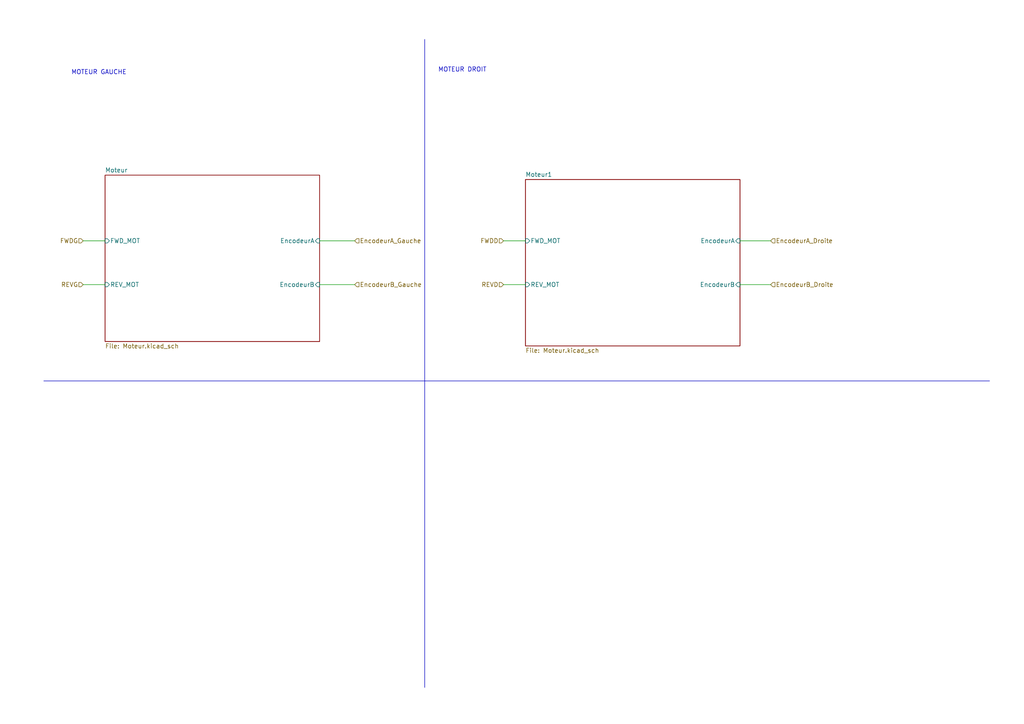
<source format=kicad_sch>
(kicad_sch
	(version 20231120)
	(generator "eeschema")
	(generator_version "8.0")
	(uuid "89e788fa-ac32-4f35-818b-3c6d71cc0465")
	(paper "A4")
	(lib_symbols)
	(polyline
		(pts
			(xy 123.19 110.49) (xy 287.02 110.49)
		)
		(stroke
			(width 0)
			(type default)
		)
		(uuid "1be0678e-4b5f-4c94-a352-864ba77d3681")
	)
	(wire
		(pts
			(xy 24.13 82.55) (xy 30.48 82.55)
		)
		(stroke
			(width 0)
			(type default)
		)
		(uuid "2fbfb104-983c-44c8-a7db-3e8f9f9203b7")
	)
	(polyline
		(pts
			(xy 123.19 11.43) (xy 123.19 110.49)
		)
		(stroke
			(width 0)
			(type default)
		)
		(uuid "350e1c9f-6a99-4aa0-90e0-fa3c7736061a")
	)
	(wire
		(pts
			(xy 146.05 82.55) (xy 152.4 82.55)
		)
		(stroke
			(width 0)
			(type default)
		)
		(uuid "3e52dfe4-b88d-4cd6-acab-c2b23eb631f7")
	)
	(wire
		(pts
			(xy 92.71 82.55) (xy 102.87 82.55)
		)
		(stroke
			(width 0)
			(type default)
		)
		(uuid "42bf6639-0841-4b3e-b15c-34a9daa82c06")
	)
	(wire
		(pts
			(xy 214.63 69.85) (xy 223.52 69.85)
		)
		(stroke
			(width 0)
			(type default)
		)
		(uuid "4b2853a1-7dcd-4a12-8d7b-877de0d32d0b")
	)
	(wire
		(pts
			(xy 24.13 69.85) (xy 30.48 69.85)
		)
		(stroke
			(width 0)
			(type default)
		)
		(uuid "877e9c14-e534-4e9b-bfd1-b0999ef97431")
	)
	(wire
		(pts
			(xy 146.05 69.85) (xy 152.4 69.85)
		)
		(stroke
			(width 0)
			(type default)
		)
		(uuid "991cfe93-125c-4ea6-8c22-be6b89d5d372")
	)
	(polyline
		(pts
			(xy 123.19 110.49) (xy 123.19 199.39)
		)
		(stroke
			(width 0)
			(type default)
		)
		(uuid "ab1617ef-30bc-4d18-9f67-9525cb69d337")
	)
	(wire
		(pts
			(xy 92.71 69.85) (xy 102.87 69.85)
		)
		(stroke
			(width 0)
			(type default)
		)
		(uuid "e607f1f9-585f-4f86-8d82-b745551ba353")
	)
	(wire
		(pts
			(xy 214.63 82.55) (xy 223.52 82.55)
		)
		(stroke
			(width 0)
			(type default)
		)
		(uuid "f445eb38-1fdb-453b-ac58-01da5b53ed8e")
	)
	(polyline
		(pts
			(xy 12.7 110.49) (xy 123.19 110.49)
		)
		(stroke
			(width 0)
			(type default)
		)
		(uuid "f9f95e18-c0a7-495f-a999-11a2f79c9d98")
	)
	(text "MOTEUR DROIT"
		(exclude_from_sim no)
		(at 134.112 20.32 0)
		(effects
			(font
				(size 1.27 1.27)
			)
		)
		(uuid "3bdac87e-6784-4e0d-8df4-11be3ee793db")
	)
	(text "MOTEUR GAUCHE"
		(exclude_from_sim no)
		(at 28.702 21.082 0)
		(effects
			(font
				(size 1.27 1.27)
			)
		)
		(uuid "9ab0192e-7cfe-405a-892a-9e8c151df091")
	)
	(hierarchical_label "EncodeurA_Droite"
		(shape input)
		(at 223.52 69.85 0)
		(fields_autoplaced yes)
		(effects
			(font
				(size 1.27 1.27)
			)
			(justify left)
		)
		(uuid "010c9d89-cdce-4235-9a85-526c2e6e7063")
	)
	(hierarchical_label "FWDD"
		(shape input)
		(at 146.05 69.85 180)
		(fields_autoplaced yes)
		(effects
			(font
				(size 1.27 1.27)
			)
			(justify right)
		)
		(uuid "09b9b60b-483f-4dd4-8f14-4ce1810c9cab")
	)
	(hierarchical_label "REVD"
		(shape input)
		(at 146.05 82.55 180)
		(fields_autoplaced yes)
		(effects
			(font
				(size 1.27 1.27)
			)
			(justify right)
		)
		(uuid "63a1e5f9-bb6c-4816-889d-3db60cb64542")
	)
	(hierarchical_label "FWDG"
		(shape input)
		(at 24.13 69.85 180)
		(fields_autoplaced yes)
		(effects
			(font
				(size 1.27 1.27)
			)
			(justify right)
		)
		(uuid "66066111-67a1-4883-af18-3895bfa9f73a")
	)
	(hierarchical_label "EncodeurB_Gauche"
		(shape input)
		(at 102.87 82.55 0)
		(fields_autoplaced yes)
		(effects
			(font
				(size 1.27 1.27)
			)
			(justify left)
		)
		(uuid "b69506de-2910-436d-bb52-f61babad064d")
	)
	(hierarchical_label "REVG"
		(shape input)
		(at 24.13 82.55 180)
		(fields_autoplaced yes)
		(effects
			(font
				(size 1.27 1.27)
			)
			(justify right)
		)
		(uuid "d478d2f9-0fe4-44c2-822b-1f110601738f")
	)
	(hierarchical_label "EncodeurB_Droite"
		(shape input)
		(at 223.52 82.55 0)
		(fields_autoplaced yes)
		(effects
			(font
				(size 1.27 1.27)
			)
			(justify left)
		)
		(uuid "dfd95a41-303a-462f-88f1-be4c17452d66")
	)
	(hierarchical_label "EncodeurA_Gauche"
		(shape input)
		(at 102.87 69.85 0)
		(fields_autoplaced yes)
		(effects
			(font
				(size 1.27 1.27)
			)
			(justify left)
		)
		(uuid "e0987368-2a46-4086-87d2-02d01e80500e")
	)
	(sheet
		(at 30.48 50.8)
		(size 62.23 48.26)
		(fields_autoplaced yes)
		(stroke
			(width 0.1524)
			(type solid)
		)
		(fill
			(color 0 0 0 0.0000)
		)
		(uuid "0f1c410a-6af4-4b35-8e5a-494d8e966509")
		(property "Sheetname" "Moteur"
			(at 30.48 50.0884 0)
			(effects
				(font
					(size 1.27 1.27)
				)
				(justify left bottom)
			)
		)
		(property "Sheetfile" "Moteur.kicad_sch"
			(at 30.48 99.6446 0)
			(effects
				(font
					(size 1.27 1.27)
				)
				(justify left top)
			)
		)
		(pin "REV_MOT" input
			(at 30.48 82.55 180)
			(effects
				(font
					(size 1.27 1.27)
				)
				(justify left)
			)
			(uuid "0033eb9c-1c67-4eba-9550-67df0b36ac13")
		)
		(pin "FWD_MOT" input
			(at 30.48 69.85 180)
			(effects
				(font
					(size 1.27 1.27)
				)
				(justify left)
			)
			(uuid "097ebe83-d536-41d7-b76c-003b342477e1")
		)
		(pin "EncodeurB" input
			(at 92.71 82.55 0)
			(effects
				(font
					(size 1.27 1.27)
				)
				(justify right)
			)
			(uuid "334ae46a-c6a8-48d7-a43d-dd1d12474db5")
		)
		(pin "EncodeurA" input
			(at 92.71 69.85 0)
			(effects
				(font
					(size 1.27 1.27)
				)
				(justify right)
			)
			(uuid "b8d73d34-bde6-48de-9ec1-ffbbdca2b127")
		)
		(instances
			(project "Projet_torero"
				(path "/04e1eb47-a2c4-462b-bef7-377d9515a2c0/dd27f41c-7d47-40cd-8124-f9caabbde9e3"
					(page "6")
				)
			)
		)
	)
	(sheet
		(at 152.4 52.07)
		(size 62.23 48.26)
		(fields_autoplaced yes)
		(stroke
			(width 0.1524)
			(type solid)
		)
		(fill
			(color 0 0 0 0.0000)
		)
		(uuid "1155aff2-0474-4d72-be32-a9f851f4a9bf")
		(property "Sheetname" "Moteur1"
			(at 152.4 51.3584 0)
			(effects
				(font
					(size 1.27 1.27)
				)
				(justify left bottom)
			)
		)
		(property "Sheetfile" "Moteur.kicad_sch"
			(at 152.4 100.9146 0)
			(effects
				(font
					(size 1.27 1.27)
				)
				(justify left top)
			)
		)
		(pin "REV_MOT" input
			(at 152.4 82.55 180)
			(effects
				(font
					(size 1.27 1.27)
				)
				(justify left)
			)
			(uuid "1a3ea825-a328-466c-8467-4a1766d4314c")
		)
		(pin "FWD_MOT" input
			(at 152.4 69.85 180)
			(effects
				(font
					(size 1.27 1.27)
				)
				(justify left)
			)
			(uuid "d4b03097-8af0-4848-8c55-25333d87c326")
		)
		(pin "EncodeurB" input
			(at 214.63 82.55 0)
			(effects
				(font
					(size 1.27 1.27)
				)
				(justify right)
			)
			(uuid "c87defc8-3119-4520-9591-fdee6fcc77f5")
		)
		(pin "EncodeurA" input
			(at 214.63 69.85 0)
			(effects
				(font
					(size 1.27 1.27)
				)
				(justify right)
			)
			(uuid "531b9320-710e-40d1-a3ff-b61631c81abe")
		)
		(instances
			(project "Projet_torero"
				(path "/04e1eb47-a2c4-462b-bef7-377d9515a2c0/dd27f41c-7d47-40cd-8124-f9caabbde9e3"
					(page "7")
				)
			)
		)
	)
)

</source>
